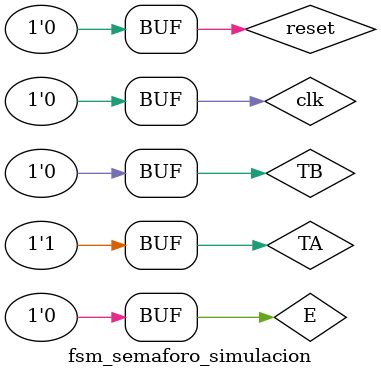
<source format=sv>
`timescale 1ns / 1ps


module fsm_semaforo_simulacion;

    logic clk;
    logic reset;
    logic TA;
    logic TB;
    logic E;

    logic [1:0] verde;
    logic [1:0] amarillo;
    logic [1:0] rojo;

    //Instanciación para nuestro código principal
    fsm_semaforo dut(
        .clk(clk),
        .reset(reset),
        .TA(TA),
        .TB(TB),
        .E(E),
        
        .verde({verde[1], verde[0]}), 
        .amarillo({amarillo[1], amarillo[0]}), 
        .rojo({rojo[1], rojo[0]})
    );

    initial begin
        reset <= 1; #30;                                //Inicializa el reset en 1
        #30;                                            //espera 30 unidades de tiempo para cambiar de valor a las establecidas a continuación
        reset <= 0; TA <= 1; TB <= 0; E <= 0; #30;
        reset <= 0; TA <= 0; TB <= 1; E <= 0; #30;
        reset <= 0; TA <= 1; TB <= 0; E <= 0; #30;
        reset <= 0; TA <= 0; TB <= 1; E <= 0; #30;
        reset <= 0; TA <= 0; TB <= 0; E <= 1; #30;
        reset <= 0; TA <= 0; TB <= 1; E <= 0; #30;
        reset <= 0; TA <= 1; TB <= 0; E <= 0; #30;

    end

    always begin
        clk <= 1; #10;              //Define el bucle siempre activo que controla la señal del reloj
        clk <= 0; #10;
    end



endmodule

</source>
